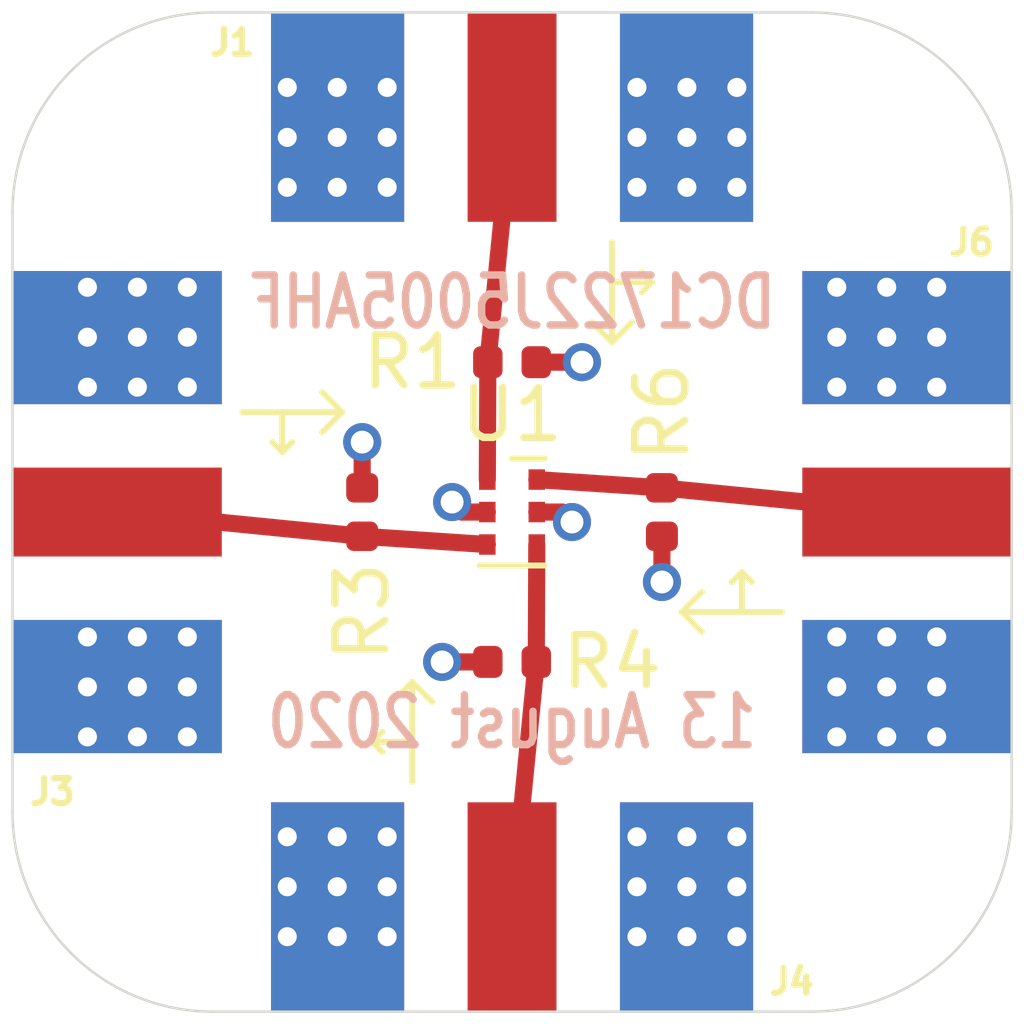
<source format=kicad_pcb>
(kicad_pcb (version 20221018) (generator pcbnew)
  (layers (0 "F.Cu" signal) (1 "In1.Cu" signal) (2 "In2.Cu" signal) (31 "B.Cu" signal) (34 "B.Paste" user) (35 "F.Paste" user) (36 "B.SilkS" user "B.Silkscreen") (37 "F.SilkS" user "F.Silkscreen") (38 "B.Mask" user) (39 "F.Mask" user) (44 "Edge.Cuts" user))
  (net 0 "")
  (net 1 "Net-(J1-Pad1)")
  (net 2 "GND")
  (net 3 "Net-(J3-Pad1)")
  (net 4 "Net-(J4-Pad1)")
  (net 5 "Net-(J6-Pad1)")
  (footprint "gsg-modules:SMA-73251-2120" (layer "F.Cu") (at 150 90 -90)
    (fp_text reference "J1" (at 0.6 5.6 180) (layer "F.SilkS") (effects (font (size 0.50038 0.50038) (thickness 0.12446))))
    (fp_text value "Conn_Coaxial" hide)
    (pad "1" smd rect (at 2.095 0 270) (size 4.19 1.78) (layers "F.Cu" "F.Mask") (net 1 "Net-(J1-Pad1)"))
    (pad "2" thru_hole circle (at 1.5 -4.5 270) (size 0.6 0.6) (drill 0.381) (layers "*.Cu") (net 2 "GND"))
    (pad "2" thru_hole circle (at 1.5 -3.5 270) (size 0.6 0.6) (drill 0.381) (layers "*.Cu") (net 2 "GND"))
    (pad "2" thru_hole circle (at 1.5 -2.5 270) (size 0.6 0.6) (drill 0.381) (layers "*.Cu") (net 2 "GND"))
    (pad "2" thru_hole circle (at 1.5 2.5 270) (size 0.6 0.6) (drill 0.381) (layers "*.Cu") (net 2 "GND"))
    (pad "2" thru_hole circle (at 1.5 3.5 270) (size 0.6 0.6) (drill 0.381) (layers "*.Cu") (net 2 "GND"))
    (pad "2" thru_hole circle (at 1.5 4.5 270) (size 0.6 0.6) (drill 0.381) (layers "*.Cu") (net 2 "GND"))
    (pad "2" smd rect (at 2.095 -3.4925 270) (size 4.19 2.665) (layers "F.Cu" "F.Mask") (net 2 "GND"))
    (pad "2" smd rect (at 2.095 -3.4925 270) (size 4.19 2.665) (layers "B.Cu" "B.Mask") (net 2 "GND"))
    (pad "2" smd rect (at 2.095 3.4925 270) (size 4.19 2.665) (layers "F.Cu" "F.Mask") (net 2 "GND"))
    (pad "2" smd rect (at 2.095 3.4925 270) (size 4.19 2.665) (layers "B.Cu" "B.Mask") (net 2 "GND"))
    (pad "2" thru_hole circle (at 2.5 -4.5 270) (size 0.6 0.6) (drill 0.381) (layers "*.Cu") (net 2 "GND"))
    (pad "2" thru_hole circle (at 2.5 -3.5 270) (size 0.6 0.6) (drill 0.381) (layers "*.Cu") (net 2 "GND"))
    (pad "2" thru_hole circle (at 2.5 -2.5 270) (size 0.6 0.6) (drill 0.381) (layers "*.Cu") (net 2 "GND"))
    (pad "2" thru_hole circle (at 2.5 2.5 270) (size 0.6 0.6) (drill 0.381) (layers "*.Cu") (net 2 "GND"))
    (pad "2" thru_hole circle (at 2.5 3.5 270) (size 0.6 0.6) (drill 0.381) (layers "*.Cu") (net 2 "GND"))
    (pad "2" thru_hole circle (at 2.5 4.5 270) (size 0.6 0.6) (drill 0.381) (layers "*.Cu") (net 2 "GND"))
    (pad "2" thru_hole circle (at 3.5 -4.5 270) (size 0.6 0.6) (drill 0.381) (layers "*.Cu") (net 2 "GND"))
    (pad "2" thru_hole circle (at 3.5 -3.5 270) (size 0.6 0.6) (drill 0.381) (layers "*.Cu") (net 2 "GND"))
    (pad "2" thru_hole circle (at 3.5 -2.5 270) (size 0.6 0.6) (drill 0.381) (layers "*.Cu") (net 2 "GND"))
    (pad "2" thru_hole circle (at 3.5 2.5 270) (size 0.6 0.6) (drill 0.381) (layers "*.Cu") (net 2 "GND"))
    (pad "2" thru_hole circle (at 3.5 3.5 270) (size 0.6 0.6) (drill 0.381) (layers "*.Cu") (net 2 "GND"))
    (pad "2" thru_hole circle (at 3.5 4.5 270) (size 0.6 0.6) (drill 0.381) (layers "*.Cu") (net 2 "GND"))
  )
  (footprint "gsg-modules:SMA-73251-2120" (layer "F.Cu") (at 140 100)
    (fp_text reference "J3" (at 0.8 5.6) (layer "F.SilkS") (effects (font (size 0.50038 0.50038) (thickness 0.12446))))
    (fp_text value "Conn_Coaxial" hide)
    (pad "1" smd rect (at 2.095 0) (size 4.19 1.78) (layers "F.Cu" "F.Mask") (net 3 "Net-(J3-Pad1)"))
    (pad "2" thru_hole circle (at 1.5 -4.5) (size 0.6 0.6) (drill 0.381) (layers "*.Cu") (net 2 "GND"))
    (pad "2" thru_hole circle (at 1.5 -3.5) (size 0.6 0.6) (drill 0.381) (layers "*.Cu") (net 2 "GND"))
    (pad "2" thru_hole circle (at 1.5 -2.5) (size 0.6 0.6) (drill 0.381) (layers "*.Cu") (net 2 "GND"))
    (pad "2" thru_hole circle (at 1.5 2.5) (size 0.6 0.6) (drill 0.381) (layers "*.Cu") (net 2 "GND"))
    (pad "2" thru_hole circle (at 1.5 3.5) (size 0.6 0.6) (drill 0.381) (layers "*.Cu") (net 2 "GND"))
    (pad "2" thru_hole circle (at 1.5 4.5) (size 0.6 0.6) (drill 0.381) (layers "*.Cu") (net 2 "GND"))
    (pad "2" smd rect (at 2.095 -3.4925) (size 4.19 2.665) (layers "F.Cu" "F.Mask") (net 2 "GND"))
    (pad "2" smd rect (at 2.095 -3.4925) (size 4.19 2.665) (layers "B.Cu" "B.Mask") (net 2 "GND"))
    (pad "2" smd rect (at 2.095 3.4925) (size 4.19 2.665) (layers "F.Cu" "F.Mask") (net 2 "GND"))
    (pad "2" smd rect (at 2.095 3.4925) (size 4.19 2.665) (layers "B.Cu" "B.Mask") (net 2 "GND"))
    (pad "2" thru_hole circle (at 2.5 -4.5) (size 0.6 0.6) (drill 0.381) (layers "*.Cu") (net 2 "GND"))
    (pad "2" thru_hole circle (at 2.5 -3.5) (size 0.6 0.6) (drill 0.381) (layers "*.Cu") (net 2 "GND"))
    (pad "2" thru_hole circle (at 2.5 -2.5) (size 0.6 0.6) (drill 0.381) (layers "*.Cu") (net 2 "GND"))
    (pad "2" thru_hole circle (at 2.5 2.5) (size 0.6 0.6) (drill 0.381) (layers "*.Cu") (net 2 "GND"))
    (pad "2" thru_hole circle (at 2.5 3.5) (size 0.6 0.6) (drill 0.381) (layers "*.Cu") (net 2 "GND"))
    (pad "2" thru_hole circle (at 2.5 4.5) (size 0.6 0.6) (drill 0.381) (layers "*.Cu") (net 2 "GND"))
    (pad "2" thru_hole circle (at 3.5 -4.5) (size 0.6 0.6) (drill 0.381) (layers "*.Cu") (net 2 "GND"))
    (pad "2" thru_hole circle (at 3.5 -3.5) (size 0.6 0.6) (drill 0.381) (layers "*.Cu") (net 2 "GND"))
    (pad "2" thru_hole circle (at 3.5 -2.5) (size 0.6 0.6) (drill 0.381) (layers "*.Cu") (net 2 "GND"))
    (pad "2" thru_hole circle (at 3.5 2.5) (size 0.6 0.6) (drill 0.381) (layers "*.Cu") (net 2 "GND"))
    (pad "2" thru_hole circle (at 3.5 3.5) (size 0.6 0.6) (drill 0.381) (layers "*.Cu") (net 2 "GND"))
    (pad "2" thru_hole circle (at 3.5 4.5) (size 0.6 0.6) (drill 0.381) (layers "*.Cu") (net 2 "GND"))
  )
  (footprint "gsg-modules:SMA-73251-2120" (layer "F.Cu") (at 150 110 90)
    (fp_text reference "J4" (at 0.6 5.6 180) (layer "F.SilkS") (effects (font (size 0.50038 0.50038) (thickness 0.12446))))
    (fp_text value "Conn_Coaxial" hide)
    (pad "1" smd rect (at 2.095 0 90) (size 4.19 1.78) (layers "F.Cu" "F.Mask") (net 4 "Net-(J4-Pad1)"))
    (pad "2" thru_hole circle (at 1.5 -4.5 90) (size 0.6 0.6) (drill 0.381) (layers "*.Cu") (net 2 "GND"))
    (pad "2" thru_hole circle (at 1.5 -3.5 90) (size 0.6 0.6) (drill 0.381) (layers "*.Cu") (net 2 "GND"))
    (pad "2" thru_hole circle (at 1.5 -2.5 90) (size 0.6 0.6) (drill 0.381) (layers "*.Cu") (net 2 "GND"))
    (pad "2" thru_hole circle (at 1.5 2.5 90) (size 0.6 0.6) (drill 0.381) (layers "*.Cu") (net 2 "GND"))
    (pad "2" thru_hole circle (at 1.5 3.5 90) (size 0.6 0.6) (drill 0.381) (layers "*.Cu") (net 2 "GND"))
    (pad "2" thru_hole circle (at 1.5 4.5 90) (size 0.6 0.6) (drill 0.381) (layers "*.Cu") (net 2 "GND"))
    (pad "2" smd rect (at 2.095 -3.4925 90) (size 4.19 2.665) (layers "F.Cu" "F.Mask") (net 2 "GND"))
    (pad "2" smd rect (at 2.095 -3.4925 90) (size 4.19 2.665) (layers "B.Cu" "B.Mask") (net 2 "GND"))
    (pad "2" smd rect (at 2.095 3.4925 90) (size 4.19 2.665) (layers "F.Cu" "F.Mask") (net 2 "GND"))
    (pad "2" smd rect (at 2.095 3.4925 90) (size 4.19 2.665) (layers "B.Cu" "B.Mask") (net 2 "GND"))
    (pad "2" thru_hole circle (at 2.5 -4.5 90) (size 0.6 0.6) (drill 0.381) (layers "*.Cu") (net 2 "GND"))
    (pad "2" thru_hole circle (at 2.5 -3.5 90) (size 0.6 0.6) (drill 0.381) (layers "*.Cu") (net 2 "GND"))
    (pad "2" thru_hole circle (at 2.5 -2.5 90) (size 0.6 0.6) (drill 0.381) (layers "*.Cu") (net 2 "GND"))
    (pad "2" thru_hole circle (at 2.5 2.5 90) (size 0.6 0.6) (drill 0.381) (layers "*.Cu") (net 2 "GND"))
    (pad "2" thru_hole circle (at 2.5 3.5 90) (size 0.6 0.6) (drill 0.381) (layers "*.Cu") (net 2 "GND"))
    (pad "2" thru_hole circle (at 2.5 4.5 90) (size 0.6 0.6) (drill 0.381) (layers "*.Cu") (net 2 "GND"))
    (pad "2" thru_hole circle (at 3.5 -4.5 90) (size 0.6 0.6) (drill 0.381) (layers "*.Cu") (net 2 "GND"))
    (pad "2" thru_hole circle (at 3.5 -3.5 90) (size 0.6 0.6) (drill 0.381) (layers "*.Cu") (net 2 "GND"))
    (pad "2" thru_hole circle (at 3.5 -2.5 90) (size 0.6 0.6) (drill 0.381) (layers "*.Cu") (net 2 "GND"))
    (pad "2" thru_hole circle (at 3.5 2.5 90) (size 0.6 0.6) (drill 0.381) (layers "*.Cu") (net 2 "GND"))
    (pad "2" thru_hole circle (at 3.5 3.5 90) (size 0.6 0.6) (drill 0.381) (layers "*.Cu") (net 2 "GND"))
    (pad "2" thru_hole circle (at 3.5 4.5 90) (size 0.6 0.6) (drill 0.381) (layers "*.Cu") (net 2 "GND"))
  )
  (footprint "Resistor_SMD:R_0402_1005Metric" (layer "F.Cu") (at 153 100 90)
    (fp_text reference "R6" (at 2 0 90) (layer "F.SilkS"))
    (fp_text value "50")
    (pad "1" smd roundrect (at -0.485 0 90) (size 0.59 0.64) (layers "F.Cu" "F.Paste" "F.Mask") (net 2 "GND"))
    (pad "2" smd roundrect (at 0.485 0 90) (size 0.59 0.64) (layers "F.Cu" "F.Paste" "F.Mask") (net 5 "Net-(J6-Pad1)"))
  )
  (footprint "gsg-modules:SMA-73251-2120" (layer "F.Cu") (at 160 100 180)
    (fp_text reference "J6" (at 0.8 5.4) (layer "F.SilkS") (effects (font (size 0.50038 0.50038) (thickness 0.12446))))
    (fp_text value "Conn_Coaxial" hide)
    (pad "1" smd rect (at 2.095 0 180) (size 4.19 1.78) (layers "F.Cu" "F.Mask") (net 5 "Net-(J6-Pad1)"))
    (pad "2" thru_hole circle (at 1.5 -4.5 180) (size 0.6 0.6) (drill 0.381) (layers "*.Cu") (net 2 "GND"))
    (pad "2" thru_hole circle (at 1.5 -3.5 180) (size 0.6 0.6) (drill 0.381) (layers "*.Cu") (net 2 "GND"))
    (pad "2" thru_hole circle (at 1.5 -2.5 180) (size 0.6 0.6) (drill 0.381) (layers "*.Cu") (net 2 "GND"))
    (pad "2" thru_hole circle (at 1.5 2.5 180) (size 0.6 0.6) (drill 0.381) (layers "*.Cu") (net 2 "GND"))
    (pad "2" thru_hole circle (at 1.5 3.5 180) (size 0.6 0.6) (drill 0.381) (layers "*.Cu") (net 2 "GND"))
    (pad "2" thru_hole circle (at 1.5 4.5 180) (size 0.6 0.6) (drill 0.381) (layers "*.Cu") (net 2 "GND"))
    (pad "2" smd rect (at 2.095 -3.4925 180) (size 4.19 2.665) (layers "F.Cu" "F.Mask") (net 2 "GND"))
    (pad "2" smd rect (at 2.095 -3.4925 180) (size 4.19 2.665) (layers "B.Cu" "B.Mask") (net 2 "GND"))
    (pad "2" smd rect (at 2.095 3.4925 180) (size 4.19 2.665) (layers "F.Cu" "F.Mask") (net 2 "GND"))
    (pad "2" smd rect (at 2.095 3.4925 180) (size 4.19 2.665) (layers "B.Cu" "B.Mask") (net 2 "GND"))
    (pad "2" thru_hole circle (at 2.5 -4.5 180) (size 0.6 0.6) (drill 0.381) (layers "*.Cu") (net 2 "GND"))
    (pad "2" thru_hole circle (at 2.5 -3.5 180) (size 0.6 0.6) (drill 0.381) (layers "*.Cu") (net 2 "GND"))
    (pad "2" thru_hole circle (at 2.5 -2.5 180) (size 0.6 0.6) (drill 0.381) (layers "*.Cu") (net 2 "GND"))
    (pad "2" thru_hole circle (at 2.5 2.5 180) (size 0.6 0.6) (drill 0.381) (layers "*.Cu") (net 2 "GND"))
    (pad "2" thru_hole circle (at 2.5 3.5 180) (size 0.6 0.6) (drill 0.381) (layers "*.Cu") (net 2 "GND"))
    (pad "2" thru_hole circle (at 2.5 4.5 180) (size 0.6 0.6) (drill 0.381) (layers "*.Cu") (net 2 "GND"))
    (pad "2" thru_hole circle (at 3.5 -4.5 180) (size 0.6 0.6) (drill 0.381) (layers "*.Cu") (net 2 "GND"))
    (pad "2" thru_hole circle (at 3.5 -3.5 180) (size 0.6 0.6) (drill 0.381) (layers "*.Cu") (net 2 "GND"))
    (pad "2" thru_hole circle (at 3.5 -2.5 180) (size 0.6 0.6) (drill 0.381) (layers "*.Cu") (net 2 "GND"))
    (pad "2" thru_hole circle (at 3.5 2.5 180) (size 0.6 0.6) (drill 0.381) (layers "*.Cu") (net 2 "GND"))
    (pad "2" thru_hole circle (at 3.5 3.5 180) (size 0.6 0.6) (drill 0.381) (layers "*.Cu") (net 2 "GND"))
    (pad "2" thru_hole circle (at 3.5 4.5 180) (size 0.6 0.6) (drill 0.381) (layers "*.Cu") (net 2 "GND"))
  )
  (footprint "Resistor_SMD:R_0402_1005Metric" (layer "F.Cu") (at 147 100 -90)
    (fp_text reference "R3" (at 2 0 90) (layer "F.SilkS"))
    (fp_text value "50")
    (pad "1" smd roundrect (at -0.485 0 270) (size 0.59 0.64) (layers "F.Cu" "F.Paste" "F.Mask") (net 2 "GND"))
    (pad "2" smd roundrect (at 0.485 0 270) (size 0.59 0.64) (layers "F.Cu" "F.Paste" "F.Mask") (net 3 "Net-(J3-Pad1)"))
  )
  (footprint "Resistor_SMD:R_0402_1005Metric" (layer "F.Cu") (at 150 97 180)
    (fp_text reference "R1" (at 2 0) (layer "F.SilkS"))
    (fp_text value "50")
    (pad "1" smd roundrect (at -0.485 0 180) (size 0.59 0.64) (layers "F.Cu" "F.Paste" "F.Mask") (net 2 "GND"))
    (pad "2" smd roundrect (at 0.485 0 180) (size 0.59 0.64) (layers "F.Cu" "F.Paste" "F.Mask") (net 1 "Net-(J1-Pad1)"))
  )
  (footprint "Resistor_SMD:R_0402_1005Metric" (layer "F.Cu") (at 150 103)
    (fp_text reference "R4" (at 2 0) (layer "F.SilkS"))
    (fp_text value "50")
    (pad "1" smd roundrect (at -0.485 0) (size 0.59 0.64) (layers "F.Cu" "F.Paste" "F.Mask") (net 2 "GND"))
    (pad "2" smd roundrect (at 0.485 0) (size 0.59 0.64) (layers "F.Cu" "F.Paste" "F.Mask") (net 4 "Net-(J4-Pad1)"))
  )
  (footprint "RF_Converter:Anaren_0805_2012Metric-6" (layer "F.Cu") (at 150 100)
    (fp_text reference "U1" (at 0 -1.95) (layer "F.SilkS"))
    (fp_text value "DC1722J5005AHF")
    (fp_line (start -0.645 1.07) (end 0.645 1.07) (stroke (width 0.12)) (layer "F.SilkS"))
    (fp_line (start 0 -1.07) (end 0.645 -1.07) (stroke (width 0.12)) (layer "F.SilkS"))
    (pad "1" smd rect (at -0.495 -0.65 270) (size 0.41 0.33) (layers "F.Cu" "F.Paste" "F.Mask") (net 1 "Net-(J1-Pad1)"))
    (pad "2" smd rect (at -0.495 0 270) (size 0.41 0.33) (layers "F.Cu" "F.Paste" "F.Mask") (net 2 "GND"))
    (pad "3" smd rect (at -0.495 0.65 270) (size 0.41 0.33) (layers "F.Cu" "F.Paste" "F.Mask") (net 3 "Net-(J3-Pad1)"))
    (pad "4" smd rect (at 0.495 0.65 270) (size 0.41 0.33) (layers "F.Cu" "F.Paste" "F.Mask") (net 4 "Net-(J4-Pad1)"))
    (pad "5" smd rect (at 0.495 0 270) (size 0.41 0.33) (layers "F.Cu" "F.Paste" "F.Mask") (net 2 "GND"))
    (pad "6" smd rect (at 0.495 -0.65 270) (size 0.41 0.33) (layers "F.Cu" "F.Paste" "F.Mask") (net 5 "Net-(J6-Pad1)"))
  )
  (gr_line (start 153.4 102) (end 153.8 102.4) (stroke (width 0.12)) (layer "F.SilkS"))
  (gr_line (start 144.6 98) (end 146.6 98) (stroke (width 0.12)) (layer "F.SilkS"))
  (gr_line (start 148 103.4) (end 148.4 103.8) (stroke (width 0.12)) (layer "F.SilkS"))
  (gr_line (start 152 96.6) (end 151.6 96.2) (stroke (width 0.12)) (layer "F.SilkS"))
  (gr_line (start 154.6 101.2) (end 154.4 101.4) (stroke (width 0.12)) (layer "F.SilkS"))
  (gr_line (start 148 104.6) (end 147.2 104.6) (stroke (width 0.12)) (layer "F.SilkS"))
  (gr_line (start 146.6 98) (end 146.2 97.6) (stroke (width 0.12)) (layer "F.SilkS"))
  (gr_line (start 152 96.6) (end 152.4 96.2) (stroke (width 0.12)) (layer "F.SilkS"))
  (gr_line (start 152.8 95.4) (end 152.6 95.2) (stroke (width 0.12)) (layer "F.SilkS"))
  (gr_line (start 154.6 101.2) (end 154.8 101.4) (stroke (width 0.12)) (layer "F.SilkS"))
  (gr_line (start 147.2 104.6) (end 147.4 104.8) (stroke (width 0.12)) (layer "F.SilkS"))
  (gr_line (start 148 105.4) (end 148 103.4) (stroke (width 0.12)) (layer "F.SilkS"))
  (gr_line (start 145.4 98.8) (end 145.6 98.6) (stroke (width 0.12)) (layer "F.SilkS"))
  (gr_line (start 146.6 98) (end 146.2 98.4) (stroke (width 0.12)) (layer "F.SilkS"))
  (gr_line (start 152.8 95.4) (end 152.6 95.6) (stroke (width 0.12)) (layer "F.SilkS"))
  (gr_line (start 145.4 98.8) (end 145.2 98.6) (stroke (width 0.12)) (layer "F.SilkS"))
  (gr_line (start 154.6 102) (end 154.6 101.2) (stroke (width 0.12)) (layer "F.SilkS"))
  (gr_line (start 155.4 102) (end 153.4 102) (stroke (width 0.12)) (layer "F.SilkS"))
  (gr_line (start 148 103.4) (end 147.6 103.8) (stroke (width 0.12)) (layer "F.SilkS"))
  (gr_line (start 153.4 102) (end 153.8 101.6) (stroke (width 0.12)) (layer "F.SilkS"))
  (gr_line (start 147.2 104.6) (end 147.4 104.4) (stroke (width 0.12)) (layer "F.SilkS"))
  (gr_line (start 152 94.6) (end 152 96.6) (stroke (width 0.12)) (layer "F.SilkS"))
  (gr_line (start 152 95.4) (end 152.8 95.4) (stroke (width 0.12)) (layer "F.SilkS"))
  (gr_line (start 145.4 98) (end 145.4 98.8) (stroke (width 0.12)) (layer "F.SilkS"))
  (gr_line (start 156 90) (end 144 90) (stroke (width 0.05)) (layer "Edge.Cuts"))
  (gr_line (start 140 94) (end 140 106) (stroke (width 0.05)) (layer "Edge.Cuts"))
  (gr_line (start 144 110) (end 156 110) (stroke (width 0.05)) (layer "Edge.Cuts"))
  (gr_line (start 160 106) (end 160 94) (stroke (width 0.05)) (layer "Edge.Cuts"))
  (gr_arc (start 160 106) (mid 158.828427 108.828427) (end 156 110) (stroke (width 0.05)) (layer "Edge.Cuts"))
  (gr_arc (start 140 94) (mid 141.171573 91.171573) (end 144 90) (stroke (width 0.05)) (layer "Edge.Cuts"))
  (gr_arc (start 156 90) (mid 158.828427 91.171573) (end 160 94) (stroke (width 0.05)) (layer "Edge.Cuts"))
  (gr_arc (start 144 110) (mid 141.171573 108.828427) (end 140 106) (stroke (width 0.05)) (layer "Edge.Cuts"))
  (gr_text "13 August 2020" (at 150 104.2) (layer "B.SilkS") (effects (font (size 1 0.8)) (justify mirror)))
  (gr_text "DC1722J5005AHF" (at 150 95.8) (layer "B.SilkS") (effects (font (size 1 0.8)) (justify mirror)))
  (segment (start 149.505 99.35) (end 149.515 97) (width 0.3429) (layer "F.Cu") (net 1))
  (segment (start 149.515 97) (end 150 92.095) (width 0.3429) (layer "F.Cu") (net 1))
  (segment (start 151 100) (end 151.2 100.2) (width 0.3429) (layer "F.Cu") (net 2))
  (segment (start 149 100) (end 148.8 99.8) (width 0.3429) (layer "F.Cu") (net 2))
  (segment (start 149.515 103) (end 148.6 103) (width 0.3429) (layer "F.Cu") (net 2))
  (segment (start 153 100.485) (end 153 101.4) (width 0.3429) (layer "F.Cu") (net 2))
  (segment (start 149.505 100) (end 149 100) (width 0.3429) (layer "F.Cu") (net 2))
  (segment (start 150.485 97) (end 151.4 97) (width 0.3429) (layer "F.Cu") (net 2))
  (segment (start 147 99.515) (end 147 98.6) (width 0.3429) (layer "F.Cu") (net 2))
  (segment (start 150.495 100) (end 151 100) (width 0.3429) (layer "F.Cu") (net 2))
  (via (at 148.6 103) (size 0.762) (drill 0.4572) (layers "F.Cu" "B.Cu") (net 2))
  (via (at 148.8 99.8) (size 0.762) (drill 0.4572) (layers "F.Cu" "B.Cu") (net 2))
  (via (at 147 98.6) (size 0.762) (drill 0.4572) (layers "F.Cu" "B.Cu") (net 2))
  (via (at 151.4 97) (size 0.762) (drill 0.4572) (layers "F.Cu" "B.Cu") (net 2))
  (via (at 151.2 100.2) (size 0.762) (drill 0.4572) (layers "F.Cu" "B.Cu") (net 2))
  (via (at 153 101.4) (size 0.762) (drill 0.4572) (layers "F.Cu" "B.Cu") (net 2))
  (segment (start 147 100.485) (end 142.095 100) (width 0.3429) (layer "F.Cu") (net 3))
  (segment (start 149.505 100.65) (end 147 100.485) (width 0.3429) (layer "F.Cu") (net 3))
  (segment (start 150.485 103) (end 150 107.905) (width 0.3429) (layer "F.Cu") (net 4))
  (segment (start 150.495 100.65) (end 150.485 103) (width 0.3429) (layer "F.Cu") (net 4))
  (segment (start 153 99.515) (end 157.905 100) (width 0.3429) (layer "F.Cu") (net 5))
  (segment (start 150.495 99.35) (end 153 99.515) (width 0.3429) (layer "F.Cu") (net 5))
)
</source>
